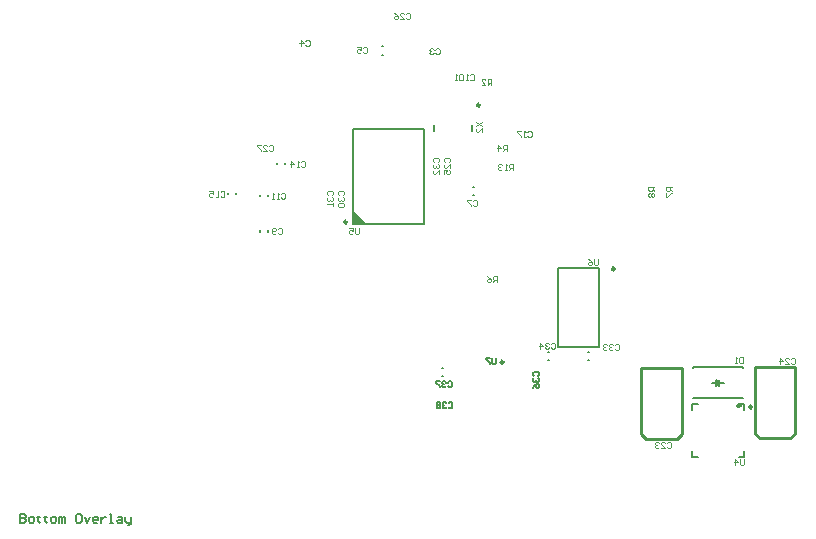
<source format=gbo>
%FSTAX23Y23*%
%MOIN*%
G70*
G01*
G75*
G04 Layer_Color=32896*
%ADD10O,0.071X0.012*%
%ADD11O,0.012X0.071*%
%ADD12O,0.073X0.014*%
%ADD13R,0.081X0.028*%
%ADD14R,0.022X0.018*%
%ADD15R,0.028X0.035*%
%ADD16R,0.035X0.028*%
%ADD17R,0.020X0.020*%
%ADD18R,0.020X0.020*%
%ADD19R,0.018X0.022*%
%ADD20C,0.010*%
%ADD21C,0.005*%
%ADD22C,0.020*%
%ADD23C,0.030*%
%ADD24O,0.157X0.079*%
%ADD25O,0.079X0.157*%
%ADD26O,0.079X0.177*%
%ADD27R,0.059X0.059*%
%ADD28C,0.059*%
%ADD29C,0.060*%
%ADD30P,0.067X8X112.5*%
%ADD31O,0.056X0.112*%
%ADD32C,0.126*%
%ADD33C,0.020*%
%ADD34C,0.016*%
%ADD35C,0.016*%
%ADD36C,0.050*%
%ADD37C,0.028*%
%ADD38C,0.040*%
%ADD39R,0.702X0.254*%
%ADD40O,0.158X0.079*%
%ADD41O,0.079X0.158*%
%ADD42O,0.079X0.178*%
%ADD43C,0.075*%
G04:AMPARAMS|DCode=44|XSize=95.433mil|YSize=95.433mil|CornerRadius=0mil|HoleSize=0mil|Usage=FLASHONLY|Rotation=0.000|XOffset=0mil|YOffset=0mil|HoleType=Round|Shape=Relief|Width=10mil|Gap=10mil|Entries=4|*
%AMTHD44*
7,0,0,0.095,0.075,0.010,45*
%
%ADD44THD44*%
%ADD45C,0.076*%
G04:AMPARAMS|DCode=46|XSize=95.5mil|YSize=95.5mil|CornerRadius=0mil|HoleSize=0mil|Usage=FLASHONLY|Rotation=0.000|XOffset=0mil|YOffset=0mil|HoleType=Round|Shape=Relief|Width=10mil|Gap=10mil|Entries=4|*
%AMTHD46*
7,0,0,0.096,0.076,0.010,45*
%
%ADD46THD46*%
%ADD47C,0.078*%
%ADD48C,0.074*%
%ADD49C,0.166*%
%ADD50C,0.048*%
G04:AMPARAMS|DCode=51|XSize=70mil|YSize=70mil|CornerRadius=0mil|HoleSize=0mil|Usage=FLASHONLY|Rotation=0.000|XOffset=0mil|YOffset=0mil|HoleType=Round|Shape=Relief|Width=10mil|Gap=10mil|Entries=4|*
%AMTHD51*
7,0,0,0.070,0.050,0.010,45*
%
%ADD51THD51*%
%ADD52C,0.068*%
%ADD53C,0.056*%
%AMTHOVALD54*
21,1,0.079,0.099,0,0,180.0*
1,1,0.099,0.039,0.000*
1,1,0.099,-0.039,0.000*
21,0,0.079,0.079,0,0,180.0*
1,0,0.079,0.039,0.000*
1,0,0.079,-0.039,0.000*
4,0,4,0.036,0.004,0.071,0.039,0.078,0.032,0.043,-0.004,0.036,0.004,0.0*
4,0,4,-0.043,0.004,-0.078,-0.032,-0.071,-0.039,-0.036,-0.004,-0.043,0.004,0.0*
4,0,4,0.043,0.004,0.078,-0.032,0.071,-0.039,0.036,-0.004,0.043,0.004,0.0*
4,0,4,-0.036,0.004,-0.071,0.039,-0.078,0.032,-0.043,-0.004,-0.036,0.004,0.0*
%
%ADD54THOVALD54*%

%AMTHOVALD55*
21,1,0.079,0.099,0,0,270.0*
1,1,0.099,0.000,0.039*
1,1,0.099,0.000,-0.039*
21,0,0.079,0.079,0,0,270.0*
1,0,0.079,0.000,0.039*
1,0,0.079,0.000,-0.039*
4,0,4,-0.004,0.036,-0.039,0.071,-0.032,0.078,0.004,0.043,-0.004,0.036,0.0*
4,0,4,-0.004,-0.043,0.032,-0.078,0.039,-0.071,0.004,-0.036,-0.004,-0.043,0.0*
4,0,4,-0.004,0.043,0.032,0.078,0.039,0.071,0.004,0.036,-0.004,0.043,0.0*
4,0,4,-0.004,-0.036,-0.039,-0.071,-0.032,-0.078,0.004,-0.043,-0.004,-0.036,0.0*
%
%ADD55THOVALD55*%

G04:AMPARAMS|DCode=56|XSize=98mil|YSize=98mil|CornerRadius=0mil|HoleSize=0mil|Usage=FLASHONLY|Rotation=0.000|XOffset=0mil|YOffset=0mil|HoleType=Round|Shape=Relief|Width=10mil|Gap=10mil|Entries=4|*
%AMTHD56*
7,0,0,0.098,0.078,0.010,45*
%
%ADD56THD56*%
G04:AMPARAMS|DCode=57|XSize=94mil|YSize=94mil|CornerRadius=0mil|HoleSize=0mil|Usage=FLASHONLY|Rotation=0.000|XOffset=0mil|YOffset=0mil|HoleType=Round|Shape=Relief|Width=10mil|Gap=10mil|Entries=4|*
%AMTHD57*
7,0,0,0.094,0.074,0.010,45*
%
%ADD57THD57*%
G04:AMPARAMS|DCode=58|XSize=88mil|YSize=88mil|CornerRadius=0mil|HoleSize=0mil|Usage=FLASHONLY|Rotation=0.000|XOffset=0mil|YOffset=0mil|HoleType=Round|Shape=Relief|Width=10mil|Gap=10mil|Entries=4|*
%AMTHD58*
7,0,0,0.088,0.068,0.010,45*
%
%ADD58THD58*%
G04:AMPARAMS|DCode=59|XSize=76mil|YSize=76mil|CornerRadius=0mil|HoleSize=0mil|Usage=FLASHONLY|Rotation=0.000|XOffset=0mil|YOffset=0mil|HoleType=Round|Shape=Relief|Width=10mil|Gap=10mil|Entries=4|*
%AMTHD59*
7,0,0,0.076,0.056,0.010,45*
%
%ADD59THD59*%
%ADD60R,0.075X0.031*%
%ADD61R,0.075X0.122*%
%ADD62R,0.063X0.026*%
%ADD63R,0.087X0.118*%
%ADD64R,0.020X0.012*%
%ADD65C,0.012*%
%ADD66R,0.035X0.047*%
%ADD67R,0.067X0.066*%
%ADD68R,0.087X0.079*%
%ADD69C,0.050*%
%ADD70C,0.013*%
%ADD71C,0.015*%
%ADD72C,0.024*%
%ADD73C,0.010*%
%ADD74C,0.008*%
%ADD75C,0.006*%
%ADD76C,0.012*%
%ADD77C,0.004*%
%ADD78O,0.075X0.016*%
%ADD79O,0.016X0.075*%
%ADD80O,0.077X0.018*%
%ADD81R,0.085X0.032*%
%ADD82R,0.026X0.022*%
%ADD83R,0.032X0.039*%
%ADD84R,0.039X0.032*%
%ADD85R,0.024X0.024*%
%ADD86R,0.024X0.024*%
%ADD87R,0.022X0.026*%
%ADD88O,0.073X0.014*%
%ADD89O,0.014X0.073*%
%ADD90O,0.075X0.016*%
%ADD91R,0.083X0.030*%
%ADD92R,0.024X0.020*%
%ADD93R,0.030X0.037*%
%ADD94R,0.037X0.030*%
%ADD95R,0.022X0.022*%
%ADD96R,0.022X0.022*%
%ADD97R,0.020X0.024*%
%ADD98O,0.159X0.081*%
%ADD99O,0.081X0.159*%
%ADD100O,0.081X0.179*%
%ADD101R,0.061X0.061*%
%ADD102C,0.061*%
%ADD103C,0.062*%
%ADD104P,0.069X8X112.5*%
%ADD105O,0.058X0.114*%
%ADD106C,0.128*%
%ADD107C,0.022*%
%ADD108C,0.018*%
%ADD109C,0.018*%
%ADD110C,0.052*%
%ADD111C,0.030*%
%ADD112R,0.077X0.033*%
%ADD113R,0.077X0.124*%
%ADD114R,0.065X0.028*%
%ADD115R,0.091X0.122*%
%ADD116R,0.024X0.016*%
%ADD117C,0.014*%
%ADD118R,0.037X0.049*%
%ADD119R,0.069X0.068*%
%ADD120R,0.089X0.081*%
%ADD121R,0.020X0.012*%
%ADD122R,0.033X0.049*%
%ADD123R,0.079X0.035*%
%ADD124R,0.079X0.126*%
%ADD125R,0.067X0.030*%
%ADD126C,0.016*%
%ADD127R,0.039X0.051*%
%ADD128R,0.071X0.070*%
%ADD129R,0.091X0.083*%
G36*
X02148Y01897D02*
X02108D01*
Y01936D01*
X02148Y01897D01*
D02*
G37*
D20*
X03567Y01181D02*
X03583Y01197D01*
X03449D02*
X03465Y01181D01*
X03567D01*
X03449Y01419D02*
X03583D01*
X03449Y01197D02*
Y01419D01*
X03583Y01197D02*
Y01419D01*
X03189Y01179D02*
X03205Y01195D01*
X03071D02*
X03087Y01179D01*
X03189D01*
X03071Y01417D02*
X03205D01*
X03071Y01195D02*
Y01417D01*
X03205Y01195D02*
Y01417D01*
D21*
X03306Y01366D02*
X03346D01*
X03326Y01371D02*
X03331Y01366D01*
X03326Y01361D02*
Y01371D01*
Y01361D02*
X03331Y01366D01*
X03321Y01356D02*
X03331Y01366D01*
X03321Y01356D02*
Y01376D01*
X03331Y01366D01*
Y01356D02*
Y01376D01*
X02587Y01449D02*
Y01432D01*
X02583Y01429D01*
X02577D01*
X02573Y01432D01*
Y01449D01*
X02567D02*
X02553D01*
Y01446D01*
X02567Y01432D01*
Y01429D01*
X02427Y01367D02*
X0243Y01371D01*
X02437D01*
X0244Y01367D01*
Y01354D01*
X02437Y01351D01*
X0243D01*
X02427Y01354D01*
X0242Y01367D02*
X02417Y01371D01*
X0241D01*
X02407Y01367D01*
Y01364D01*
X0241Y01361D01*
X02413D01*
X0241D01*
X02407Y01357D01*
Y01354D01*
X0241Y01351D01*
X02417D01*
X0242Y01354D01*
X024Y01371D02*
X02387D01*
Y01367D01*
X024Y01354D01*
Y01351D01*
X02712Y01388D02*
X02708Y01392D01*
Y01398D01*
X02712Y01402D01*
X02725D01*
X02728Y01398D01*
Y01392D01*
X02725Y01388D01*
X02712Y01382D02*
X02708Y01378D01*
Y01372D01*
X02712Y01368D01*
X02715D01*
X02718Y01372D01*
Y01375D01*
Y01372D01*
X02722Y01368D01*
X02725D01*
X02728Y01372D01*
Y01378D01*
X02725Y01382D01*
X02708Y01348D02*
X02712Y01355D01*
X02718Y01362D01*
X02725D01*
X02728Y01358D01*
Y01352D01*
X02725Y01348D01*
X02722D01*
X02718Y01352D01*
Y01362D01*
X02428Y013D02*
X02431Y01303D01*
X02438D01*
X02441Y013D01*
Y01287D01*
X02438Y01283D01*
X02431D01*
X02428Y01287D01*
X02421Y013D02*
X02418Y01303D01*
X02411D01*
X02408Y013D01*
Y01297D01*
X02411Y01293D01*
X02414D01*
X02411D01*
X02408Y0129D01*
Y01287D01*
X02411Y01283D01*
X02418D01*
X02421Y01287D01*
X02401Y013D02*
X02398Y01303D01*
X02391D01*
X02388Y013D01*
Y01297D01*
X02391Y01293D01*
X02388Y0129D01*
Y01287D01*
X02391Y01283D01*
X02398D01*
X02401Y01287D01*
Y0129D01*
X02398Y01293D01*
X02401Y01297D01*
Y013D01*
X02398Y01293D02*
X02391D01*
X01Y00928D02*
Y009D01*
X01014D01*
X01019Y00905D01*
Y00909D01*
X01014Y00914D01*
X01D01*
X01014D01*
X01019Y00919D01*
Y00923D01*
X01014Y00928D01*
X01D01*
X01033Y009D02*
X01042D01*
X01047Y00905D01*
Y00914D01*
X01042Y00919D01*
X01033D01*
X01028Y00914D01*
Y00905D01*
X01033Y009D01*
X01061Y00923D02*
Y00919D01*
X01056D01*
X01065D01*
X01061D01*
Y00905D01*
X01065Y009D01*
X01084Y00923D02*
Y00919D01*
X01079D01*
X01089D01*
X01084D01*
Y00905D01*
X01089Y009D01*
X01107D02*
X01117D01*
X01121Y00905D01*
Y00914D01*
X01117Y00919D01*
X01107D01*
X01103Y00914D01*
Y00905D01*
X01107Y009D01*
X01131D02*
Y00919D01*
X01135D01*
X0114Y00914D01*
Y009D01*
Y00914D01*
X01145Y00919D01*
X01149Y00914D01*
Y009D01*
X01201Y00928D02*
X01191D01*
X01187Y00923D01*
Y00905D01*
X01191Y009D01*
X01201D01*
X01205Y00905D01*
Y00923D01*
X01201Y00928D01*
X01215Y00919D02*
X01224Y009D01*
X01233Y00919D01*
X01257Y009D02*
X01247D01*
X01243Y00905D01*
Y00914D01*
X01247Y00919D01*
X01257D01*
X01261Y00914D01*
Y00909D01*
X01243D01*
X01271Y00919D02*
Y009D01*
Y00909D01*
X01275Y00914D01*
X0128Y00919D01*
X01285D01*
X01299Y009D02*
X01308D01*
X01303D01*
Y00928D01*
X01299D01*
X01327Y00919D02*
X01336D01*
X01341Y00914D01*
Y009D01*
X01327D01*
X01322Y00905D01*
X01327Y00909D01*
X01341D01*
X0135Y00919D02*
Y00905D01*
X01355Y009D01*
X01369D01*
Y00895D01*
X01364Y00891D01*
X01359D01*
X01369Y009D02*
Y00919D01*
D73*
X02982Y01746D02*
G03*
X02982Y01746I-00005J0D01*
G01*
X02612Y01435D02*
G03*
X02612Y01435I-00005J0D01*
G01*
X0344Y01286D02*
G03*
X0344Y01286I-00005J0D01*
G01*
X0209Y01902D02*
G03*
X0209Y01902I-00005J0D01*
G01*
X02533Y02292D02*
G03*
X02533Y02292I-00005J0D01*
G01*
X03401Y0129D02*
G03*
X03401Y0129I-00005J0D01*
G01*
D74*
X02928Y01486D02*
Y0175D01*
X02794Y01486D02*
Y0175D01*
X02928D01*
X02794Y01486D02*
X02928D01*
X0324Y01294D02*
X03258D01*
X0324Y0112D02*
X03258D01*
X03396Y01294D02*
X03414D01*
X0324Y01276D02*
Y01294D01*
X03414Y01276D02*
Y01294D01*
X03396Y0112D02*
X03414D01*
Y01138D01*
X0324Y0112D02*
Y01138D01*
X02108Y01936D02*
X02148Y01897D01*
X02108D02*
Y02211D01*
X02345Y01897D02*
Y02211D01*
X02108Y01897D02*
X02345D01*
X02108Y02211D02*
X02345D01*
X02506Y02207D02*
Y02227D01*
X0238Y02207D02*
Y02227D01*
X03242Y01418D02*
X0341D01*
X03242Y01314D02*
X0341D01*
X03242Y01317D02*
X03242Y01314D01*
X0341D02*
X0341Y01317D01*
X0341Y01418D02*
X0341Y01415D01*
X03242D02*
X03242Y01418D01*
X02759Y01442D02*
X02763D01*
X02759Y0147D02*
X02763D01*
X02406Y01388D02*
X0241D01*
X02406Y01416D02*
X0241D01*
X02205Y02488D02*
X02209D01*
X02205Y0246D02*
X02209D01*
X02508Y02019D02*
X02512D01*
X02508Y01991D02*
X02512D01*
X01798Y0187D02*
Y01874D01*
X01826Y0187D02*
Y01874D01*
X01798Y01988D02*
Y01992D01*
X01826Y01988D02*
Y01992D01*
X01884Y02096D02*
Y021D01*
X01856Y02096D02*
Y021D01*
X01693Y01995D02*
Y01999D01*
X01721Y01995D02*
Y01999D01*
X02893Y01442D02*
X02897D01*
X02893Y0147D02*
X02897D01*
D77*
X02925Y0178D02*
Y01763D01*
X02922Y0176D01*
X02915D01*
X02912Y01763D01*
Y0178D01*
X02892D02*
X02899Y01777D01*
X02905Y0177D01*
Y01763D01*
X02902Y0176D01*
X02895D01*
X02892Y01763D01*
Y01767D01*
X02895Y0177D01*
X02905D01*
X03114Y0202D02*
X03094D01*
Y0201D01*
X03098Y02006D01*
X03104D01*
X03108Y0201D01*
Y0202D01*
Y02013D02*
X03114Y02006D01*
X03098Y02D02*
X03094Y01996D01*
Y0199D01*
X03098Y01986D01*
X03101D01*
X03104Y0199D01*
X03108Y01986D01*
X03111D01*
X03114Y0199D01*
Y01996D01*
X03111Y02D01*
X03108D01*
X03104Y01996D01*
X03101Y02D01*
X03098D01*
X03104Y01996D02*
Y0199D01*
X03413Y01111D02*
Y01094D01*
X0341Y01091D01*
X03403D01*
X034Y01094D01*
Y01111D01*
X03383Y01091D02*
Y01111D01*
X03393Y01101D01*
X0338D01*
X0213Y01882D02*
Y01866D01*
X02127Y01862D01*
X0212D01*
X02117Y01866D01*
Y01882D01*
X02097D02*
X0211D01*
Y01872D01*
X02103Y01876D01*
X021D01*
X02097Y01872D01*
Y01866D01*
X021Y01862D01*
X02107D01*
X0211Y01866D01*
X02519Y02236D02*
X02539Y02223D01*
X02519D02*
X02539Y02236D01*
Y02203D02*
Y02216D01*
X02526Y02203D01*
X02523D01*
X02519Y02206D01*
Y02213D01*
X02523Y02216D01*
X03409Y01453D02*
Y01433D01*
X03399D01*
X03396Y01436D01*
Y0145D01*
X03399Y01453D01*
X03409D01*
X03389Y01433D02*
X03383D01*
X03386D01*
Y01453D01*
X03389Y0145D01*
X0277Y01497D02*
X02773Y015D01*
X0278D01*
X02783Y01497D01*
Y01484D01*
X0278Y0148D01*
X02773D01*
X0277Y01484D01*
X02763Y01497D02*
X0276Y015D01*
X02753D01*
X0275Y01497D01*
Y01494D01*
X02753Y0149D01*
X02757D01*
X02753D01*
X0275Y01487D01*
Y01484D01*
X02753Y0148D01*
X0276D01*
X02763Y01484D01*
X02733Y0148D02*
Y015D01*
X02743Y0149D01*
X0273D01*
X02062Y01991D02*
X02059Y01994D01*
Y02001D01*
X02062Y02004D01*
X02075D01*
X02079Y02001D01*
Y01994D01*
X02075Y01991D01*
X02062Y01984D02*
X02059Y01981D01*
Y01974D01*
X02062Y01971D01*
X02065D01*
X02069Y01974D01*
Y01977D01*
Y01974D01*
X02072Y01971D01*
X02075D01*
X02079Y01974D01*
Y01981D01*
X02075Y01984D01*
X02062Y01964D02*
X02059Y01961D01*
Y01954D01*
X02062Y01951D01*
X02075D01*
X02079Y01954D01*
Y01961D01*
X02075Y01964D01*
X02062D01*
X02379Y02101D02*
X02375Y02104D01*
Y02111D01*
X02379Y02114D01*
X02392D01*
X02395Y02111D01*
Y02104D01*
X02392Y02101D01*
X02379Y02094D02*
X02375Y02091D01*
Y02084D01*
X02379Y02081D01*
X02382D01*
X02385Y02084D01*
Y02088D01*
Y02084D01*
X02389Y02081D01*
X02392D01*
X02395Y02084D01*
Y02091D01*
X02392Y02094D01*
X02395Y02061D02*
Y02074D01*
X02382Y02061D01*
X02379D01*
X02375Y02064D01*
Y02071D01*
X02379Y02074D01*
X03569Y01446D02*
X03573Y01449D01*
X03579D01*
X03583Y01446D01*
Y01432D01*
X03579Y01429D01*
X03573D01*
X03569Y01432D01*
X03549Y01429D02*
X03563D01*
X03549Y01442D01*
Y01446D01*
X03553Y01449D01*
X03559D01*
X03563Y01446D01*
X03533Y01429D02*
Y01449D01*
X03543Y01439D01*
X03529D01*
X02642Y02075D02*
Y02095D01*
X02632D01*
X02628Y02091D01*
Y02085D01*
X02632Y02081D01*
X02642D01*
X02635D02*
X02628Y02075D01*
X02622D02*
X02615D01*
X02618D01*
Y02095D01*
X02622Y02091D01*
X02605D02*
X02602Y02095D01*
X02595D01*
X02592Y02091D01*
Y02088D01*
X02595Y02085D01*
X02598D01*
X02595D01*
X02592Y02081D01*
Y02078D01*
X02595Y02075D01*
X02602D01*
X02605Y02078D01*
X02498Y02391D02*
X02502Y02394D01*
X02508D01*
X02512Y02391D01*
Y02377D01*
X02508Y02374D01*
X02502D01*
X02498Y02377D01*
X02492Y02374D02*
X02485D01*
X02488D01*
Y02394D01*
X02492Y02391D01*
X02475D02*
X02472Y02394D01*
X02465D01*
X02462Y02391D01*
Y02377D01*
X02465Y02374D01*
X02472D01*
X02475Y02377D01*
Y02391D01*
X02455Y02374D02*
X02448D01*
X02452D01*
Y02394D01*
X02455Y02391D01*
X02384Y02477D02*
X02388Y02481D01*
X02394D01*
X02398Y02477D01*
Y02464D01*
X02394Y02461D01*
X02388D01*
X02384Y02464D01*
X02378Y02477D02*
X02374Y02481D01*
X02368D01*
X02364Y02477D01*
Y02474D01*
X02368Y02471D01*
X02371D01*
X02368D01*
X02364Y02467D01*
Y02464D01*
X02368Y02461D01*
X02374D01*
X02378Y02464D01*
X01951Y02505D02*
X01955Y02508D01*
X01961D01*
X01965Y02505D01*
Y02492D01*
X01961Y02488D01*
X01955D01*
X01951Y02492D01*
X01935Y02488D02*
Y02508D01*
X01945Y02498D01*
X01931D01*
X02144Y02481D02*
X02147Y02485D01*
X02154D01*
X02157Y02481D01*
Y02468D01*
X02154Y02465D01*
X02147D01*
X02144Y02468D01*
X02124Y02485D02*
X02137D01*
Y02475D01*
X02131Y02478D01*
X02127D01*
X02124Y02475D01*
Y02468D01*
X02127Y02465D01*
X02134D01*
X02137Y02468D01*
X0251Y01973D02*
X02514Y01977D01*
X0252D01*
X02524Y01973D01*
Y0196D01*
X0252Y01957D01*
X02514D01*
X0251Y0196D01*
X02504Y01977D02*
X0249D01*
Y01973D01*
X02504Y0196D01*
Y01957D01*
X01861Y01879D02*
X01864Y01882D01*
X01871D01*
X01874Y01879D01*
Y01866D01*
X01871Y01862D01*
X01864D01*
X01861Y01866D01*
X01854D02*
X01851Y01862D01*
X01844D01*
X01841Y01866D01*
Y01879D01*
X01844Y01882D01*
X01851D01*
X01854Y01879D01*
Y01876D01*
X01851Y01872D01*
X01841D01*
X01869Y01997D02*
X01872Y02D01*
X01879D01*
X01882Y01997D01*
Y01984D01*
X01879Y0198D01*
X01872D01*
X01869Y01984D01*
X01862Y0198D02*
X01855D01*
X01859D01*
Y02D01*
X01862Y01997D01*
X01845Y0198D02*
X01839D01*
X01842D01*
Y02D01*
X01845Y01997D01*
X01935Y02103D02*
X01939Y02107D01*
X01945D01*
X01949Y02103D01*
Y0209D01*
X01945Y02087D01*
X01939D01*
X01935Y0209D01*
X01929Y02087D02*
X01922D01*
X01925D01*
Y02107D01*
X01929Y02103D01*
X01902Y02087D02*
Y02107D01*
X01912Y02097D01*
X01899D01*
X01668Y02001D02*
X01671Y02004D01*
X01678D01*
X01681Y02001D01*
Y01988D01*
X01678Y01984D01*
X01671D01*
X01668Y01988D01*
X01661Y01984D02*
X01654D01*
X01658D01*
Y02004D01*
X01661Y02001D01*
X01631Y02004D02*
X01644D01*
Y01994D01*
X01638Y01998D01*
X01634D01*
X01631Y01994D01*
Y01988D01*
X01634Y01984D01*
X01641D01*
X01644Y01988D01*
X02691Y02202D02*
X02695Y02205D01*
X02701D01*
X02705Y02202D01*
Y02188D01*
X02701Y02185D01*
X02695D01*
X02691Y02188D01*
X02685Y02185D02*
X02678D01*
X02681D01*
Y02205D01*
X02685Y02202D01*
X02668Y02205D02*
X02655D01*
Y02202D01*
X02668Y02188D01*
Y02185D01*
X02286Y02595D02*
X02289Y02599D01*
X02296D01*
X02299Y02595D01*
Y02582D01*
X02296Y02579D01*
X02289D01*
X02286Y02582D01*
X02266Y02579D02*
X02279D01*
X02266Y02592D01*
Y02595D01*
X02269Y02599D01*
X02276D01*
X02279Y02595D01*
X02246Y02599D02*
X02253Y02595D01*
X02259Y02589D01*
Y02582D01*
X02256Y02579D01*
X02249D01*
X02246Y02582D01*
Y02585D01*
X02249Y02589D01*
X02259D01*
X01829Y02154D02*
X01833Y02158D01*
X01839D01*
X01843Y02154D01*
Y02141D01*
X01839Y02138D01*
X01833D01*
X01829Y02141D01*
X01809Y02138D02*
X01823D01*
X01809Y02151D01*
Y02154D01*
X01813Y02158D01*
X01819D01*
X01823Y02154D01*
X01803Y02158D02*
X01789D01*
Y02154D01*
X01803Y02141D01*
Y02138D01*
X02571Y02358D02*
Y02378D01*
X02561D01*
X02558Y02375D01*
Y02368D01*
X02561Y02365D01*
X02571D01*
X02564D02*
X02558Y02358D01*
X02538D02*
X02551D01*
X02538Y02372D01*
Y02375D01*
X02541Y02378D01*
X02548D01*
X02551Y02375D01*
X02622Y02138D02*
Y02158D01*
X02612D01*
X02609Y02154D01*
Y02148D01*
X02612Y02144D01*
X02622D01*
X02615D02*
X02609Y02138D01*
X02592D02*
Y02158D01*
X02602Y02148D01*
X02589D01*
X02588Y01703D02*
Y01723D01*
X02578D01*
X02575Y0172D01*
Y01713D01*
X02578Y0171D01*
X02588D01*
X02581D02*
X02575Y01703D01*
X02555Y01723D02*
X02561Y0172D01*
X02568Y01713D01*
Y01706D01*
X02565Y01703D01*
X02558D01*
X02555Y01706D01*
Y0171D01*
X02558Y01713D01*
X02568D01*
X03156Y01166D02*
X03159Y0117D01*
X03166D01*
X03169Y01166D01*
Y01153D01*
X03166Y0115D01*
X03159D01*
X03156Y01153D01*
X03136Y0115D02*
X03149D01*
X03136Y01163D01*
Y01166D01*
X03139Y0117D01*
X03146D01*
X03149Y01166D01*
X03129D02*
X03126Y0117D01*
X03119D01*
X03116Y01166D01*
Y01163D01*
X03119Y0116D01*
X03123D01*
X03119D01*
X03116Y01156D01*
Y01153D01*
X03119Y0115D01*
X03126D01*
X03129Y01153D01*
X03173Y0202D02*
X03153D01*
Y0201D01*
X03157Y02006D01*
X03163D01*
X03167Y0201D01*
Y0202D01*
Y02013D02*
X03173Y02006D01*
X03153Y02D02*
Y01986D01*
X03157D01*
X0317Y02D01*
X03173D01*
X02417Y02102D02*
X02414Y02105D01*
Y02112D01*
X02417Y02115D01*
X0243D01*
X02434Y02112D01*
Y02105D01*
X0243Y02102D01*
X02434Y02082D02*
Y02095D01*
X0242Y02082D01*
X02417D01*
X02414Y02085D01*
Y02092D01*
X02417Y02095D01*
X02414Y02062D02*
Y02075D01*
X02424D01*
X0242Y02069D01*
Y02065D01*
X02424Y02062D01*
X0243D01*
X02434Y02065D01*
Y02072D01*
X0243Y02075D01*
X02027Y01991D02*
X02023Y01994D01*
Y02001D01*
X02027Y02004D01*
X0204D01*
X02043Y02001D01*
Y01994D01*
X0204Y01991D01*
X02027Y01984D02*
X02023Y01981D01*
Y01974D01*
X02027Y01971D01*
X0203D01*
X02033Y01974D01*
Y01977D01*
Y01974D01*
X02037Y01971D01*
X0204D01*
X02043Y01974D01*
Y01981D01*
X0204Y01984D01*
X02043Y01964D02*
Y01957D01*
Y01961D01*
X02023D01*
X02027Y01964D01*
X02983Y01493D02*
X02986Y01496D01*
X02993D01*
X02996Y01493D01*
Y0148D01*
X02993Y01476D01*
X02986D01*
X02983Y0148D01*
X02976Y01493D02*
X02973Y01496D01*
X02966D01*
X02963Y01493D01*
Y0149D01*
X02966Y01486D01*
X02969D01*
X02966D01*
X02963Y01483D01*
Y0148D01*
X02966Y01476D01*
X02973D01*
X02976Y0148D01*
X02956Y01493D02*
X02953Y01496D01*
X02946D01*
X02943Y01493D01*
Y0149D01*
X02946Y01486D01*
X02949D01*
X02946D01*
X02943Y01483D01*
Y0148D01*
X02946Y01476D01*
X02953D01*
X02956Y0148D01*
M02*

</source>
